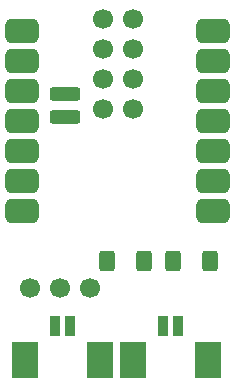
<source format=gbr>
%TF.GenerationSoftware,KiCad,Pcbnew,9.0.1*%
%TF.CreationDate,2025-06-09T01:02:34-04:00*%
%TF.ProjectId,Pneumatactors_1Xiao_PiezoPumps_2Valves,506e6575-6d61-4746-9163-746f72735f31,rev?*%
%TF.SameCoordinates,Original*%
%TF.FileFunction,Soldermask,Top*%
%TF.FilePolarity,Negative*%
%FSLAX46Y46*%
G04 Gerber Fmt 4.6, Leading zero omitted, Abs format (unit mm)*
G04 Created by KiCad (PCBNEW 9.0.1) date 2025-06-09 01:02:34*
%MOMM*%
%LPD*%
G01*
G04 APERTURE LIST*
G04 Aperture macros list*
%AMRoundRect*
0 Rectangle with rounded corners*
0 $1 Rounding radius*
0 $2 $3 $4 $5 $6 $7 $8 $9 X,Y pos of 4 corners*
0 Add a 4 corners polygon primitive as box body*
4,1,4,$2,$3,$4,$5,$6,$7,$8,$9,$2,$3,0*
0 Add four circle primitives for the rounded corners*
1,1,$1+$1,$2,$3*
1,1,$1+$1,$4,$5*
1,1,$1+$1,$6,$7*
1,1,$1+$1,$8,$9*
0 Add four rect primitives between the rounded corners*
20,1,$1+$1,$2,$3,$4,$5,0*
20,1,$1+$1,$4,$5,$6,$7,0*
20,1,$1+$1,$6,$7,$8,$9,0*
20,1,$1+$1,$8,$9,$2,$3,0*%
G04 Aperture macros list end*
%ADD10RoundRect,0.525400X-0.900400X-0.525400X0.900400X-0.525400X0.900400X0.525400X-0.900400X0.525400X0*%
%ADD11RoundRect,0.300400X1.000400X0.300400X-1.000400X0.300400X-1.000400X-0.300400X1.000400X-0.300400X0*%
%ADD12C,1.700000*%
%ADD13R,0.812800X1.701800*%
%ADD14R,2.209800X3.098800*%
%ADD15RoundRect,0.250000X-0.400000X-0.625000X0.400000X-0.625000X0.400000X0.625000X-0.400000X0.625000X0*%
G04 APERTURE END LIST*
D10*
%TO.C,U1*%
X32151500Y-56705500D03*
X32151500Y-59245500D03*
X32151500Y-61785500D03*
X32151500Y-64325500D03*
X32151500Y-66865500D03*
X32151500Y-69405500D03*
X32151500Y-71945500D03*
X48316500Y-71945500D03*
X48316500Y-69405500D03*
X48316500Y-66865500D03*
X48316500Y-64325500D03*
X48316500Y-61785500D03*
X48316500Y-59245500D03*
X48316500Y-56705500D03*
D11*
X35761500Y-63943500D03*
X35761500Y-62038500D03*
D12*
X38936500Y-55693500D03*
X41476500Y-55693500D03*
X38936500Y-58233500D03*
X41476500Y-58233500D03*
X38936500Y-60773500D03*
X41476500Y-60773500D03*
X38936500Y-63313500D03*
X41476500Y-63313500D03*
%TD*%
D13*
%TO.C,J5*%
X34935000Y-81682001D03*
X36185000Y-81682001D03*
D14*
X38735000Y-84582000D03*
X32385000Y-84582000D03*
%TD*%
D15*
%TO.C,R5*%
X44932000Y-76200000D03*
X48032000Y-76200000D03*
%TD*%
%TO.C,R6*%
X39344000Y-76200000D03*
X42444000Y-76200000D03*
%TD*%
D13*
%TO.C,J6*%
X44079000Y-81682001D03*
X45329000Y-81682001D03*
D14*
X47879000Y-84582000D03*
X41529000Y-84582000D03*
%TD*%
D12*
%TO.C,U2*%
X37846000Y-78486000D03*
X35306000Y-78486000D03*
X32766000Y-78486000D03*
%TD*%
M02*

</source>
